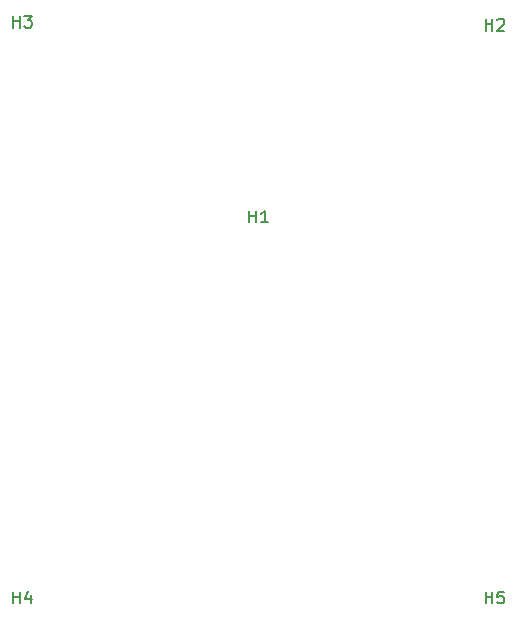
<source format=gbr>
%TF.GenerationSoftware,KiCad,Pcbnew,8.0.6*%
%TF.CreationDate,2025-02-23T17:02:55-05:00*%
%TF.ProjectId,Wire Spool Antenna Blank V1.3,57697265-2053-4706-9f6f-6c20416e7465,rev?*%
%TF.SameCoordinates,Original*%
%TF.FileFunction,Legend,Top*%
%TF.FilePolarity,Positive*%
%FSLAX46Y46*%
G04 Gerber Fmt 4.6, Leading zero omitted, Abs format (unit mm)*
G04 Created by KiCad (PCBNEW 8.0.6) date 2025-02-23 17:02:55*
%MOMM*%
%LPD*%
G01*
G04 APERTURE LIST*
%ADD10C,0.150000*%
G04 APERTURE END LIST*
D10*
X119238095Y-127204819D02*
X119238095Y-126204819D01*
X119238095Y-126681009D02*
X119809523Y-126681009D01*
X119809523Y-127204819D02*
X119809523Y-126204819D01*
X120761904Y-126204819D02*
X120285714Y-126204819D01*
X120285714Y-126204819D02*
X120238095Y-126681009D01*
X120238095Y-126681009D02*
X120285714Y-126633390D01*
X120285714Y-126633390D02*
X120380952Y-126585771D01*
X120380952Y-126585771D02*
X120619047Y-126585771D01*
X120619047Y-126585771D02*
X120714285Y-126633390D01*
X120714285Y-126633390D02*
X120761904Y-126681009D01*
X120761904Y-126681009D02*
X120809523Y-126776247D01*
X120809523Y-126776247D02*
X120809523Y-127014342D01*
X120809523Y-127014342D02*
X120761904Y-127109580D01*
X120761904Y-127109580D02*
X120714285Y-127157200D01*
X120714285Y-127157200D02*
X120619047Y-127204819D01*
X120619047Y-127204819D02*
X120380952Y-127204819D01*
X120380952Y-127204819D02*
X120285714Y-127157200D01*
X120285714Y-127157200D02*
X120238095Y-127109580D01*
X99238095Y-94954819D02*
X99238095Y-93954819D01*
X99238095Y-94431009D02*
X99809523Y-94431009D01*
X99809523Y-94954819D02*
X99809523Y-93954819D01*
X100809523Y-94954819D02*
X100238095Y-94954819D01*
X100523809Y-94954819D02*
X100523809Y-93954819D01*
X100523809Y-93954819D02*
X100428571Y-94097676D01*
X100428571Y-94097676D02*
X100333333Y-94192914D01*
X100333333Y-94192914D02*
X100238095Y-94240533D01*
X79238095Y-78454819D02*
X79238095Y-77454819D01*
X79238095Y-77931009D02*
X79809523Y-77931009D01*
X79809523Y-78454819D02*
X79809523Y-77454819D01*
X80190476Y-77454819D02*
X80809523Y-77454819D01*
X80809523Y-77454819D02*
X80476190Y-77835771D01*
X80476190Y-77835771D02*
X80619047Y-77835771D01*
X80619047Y-77835771D02*
X80714285Y-77883390D01*
X80714285Y-77883390D02*
X80761904Y-77931009D01*
X80761904Y-77931009D02*
X80809523Y-78026247D01*
X80809523Y-78026247D02*
X80809523Y-78264342D01*
X80809523Y-78264342D02*
X80761904Y-78359580D01*
X80761904Y-78359580D02*
X80714285Y-78407200D01*
X80714285Y-78407200D02*
X80619047Y-78454819D01*
X80619047Y-78454819D02*
X80333333Y-78454819D01*
X80333333Y-78454819D02*
X80238095Y-78407200D01*
X80238095Y-78407200D02*
X80190476Y-78359580D01*
X79238095Y-127204819D02*
X79238095Y-126204819D01*
X79238095Y-126681009D02*
X79809523Y-126681009D01*
X79809523Y-127204819D02*
X79809523Y-126204819D01*
X80714285Y-126538152D02*
X80714285Y-127204819D01*
X80476190Y-126157200D02*
X80238095Y-126871485D01*
X80238095Y-126871485D02*
X80857142Y-126871485D01*
X119238095Y-78704819D02*
X119238095Y-77704819D01*
X119238095Y-78181009D02*
X119809523Y-78181009D01*
X119809523Y-78704819D02*
X119809523Y-77704819D01*
X120238095Y-77800057D02*
X120285714Y-77752438D01*
X120285714Y-77752438D02*
X120380952Y-77704819D01*
X120380952Y-77704819D02*
X120619047Y-77704819D01*
X120619047Y-77704819D02*
X120714285Y-77752438D01*
X120714285Y-77752438D02*
X120761904Y-77800057D01*
X120761904Y-77800057D02*
X120809523Y-77895295D01*
X120809523Y-77895295D02*
X120809523Y-77990533D01*
X120809523Y-77990533D02*
X120761904Y-78133390D01*
X120761904Y-78133390D02*
X120190476Y-78704819D01*
X120190476Y-78704819D02*
X120809523Y-78704819D01*
M02*

</source>
